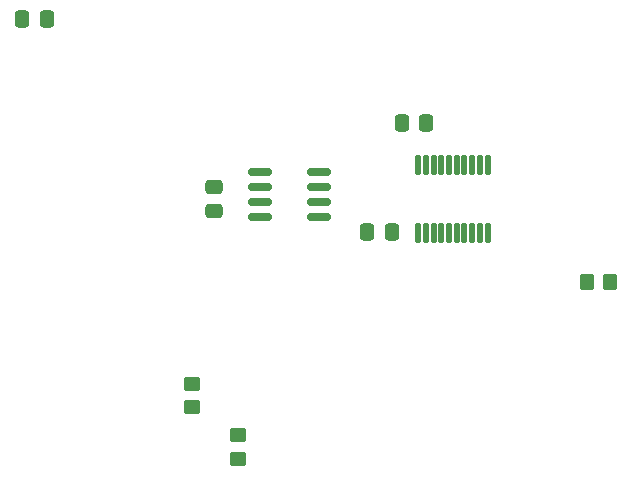
<source format=gbr>
%TF.GenerationSoftware,KiCad,Pcbnew,8.0.4*%
%TF.CreationDate,2024-09-06T13:05:26+08:00*%
%TF.ProjectId,Sensor Board,53656e73-6f72-4204-926f-6172642e6b69,rev?*%
%TF.SameCoordinates,Original*%
%TF.FileFunction,Paste,Bot*%
%TF.FilePolarity,Positive*%
%FSLAX46Y46*%
G04 Gerber Fmt 4.6, Leading zero omitted, Abs format (unit mm)*
G04 Created by KiCad (PCBNEW 8.0.4) date 2024-09-06 13:05:26*
%MOMM*%
%LPD*%
G01*
G04 APERTURE LIST*
G04 Aperture macros list*
%AMRoundRect*
0 Rectangle with rounded corners*
0 $1 Rounding radius*
0 $2 $3 $4 $5 $6 $7 $8 $9 X,Y pos of 4 corners*
0 Add a 4 corners polygon primitive as box body*
4,1,4,$2,$3,$4,$5,$6,$7,$8,$9,$2,$3,0*
0 Add four circle primitives for the rounded corners*
1,1,$1+$1,$2,$3*
1,1,$1+$1,$4,$5*
1,1,$1+$1,$6,$7*
1,1,$1+$1,$8,$9*
0 Add four rect primitives between the rounded corners*
20,1,$1+$1,$2,$3,$4,$5,0*
20,1,$1+$1,$4,$5,$6,$7,0*
20,1,$1+$1,$6,$7,$8,$9,0*
20,1,$1+$1,$8,$9,$2,$3,0*%
G04 Aperture macros list end*
%ADD10RoundRect,0.250000X-0.475000X0.337500X-0.475000X-0.337500X0.475000X-0.337500X0.475000X0.337500X0*%
%ADD11RoundRect,0.250000X-0.450000X0.350000X-0.450000X-0.350000X0.450000X-0.350000X0.450000X0.350000X0*%
%ADD12RoundRect,0.250000X-0.337500X-0.475000X0.337500X-0.475000X0.337500X0.475000X-0.337500X0.475000X0*%
%ADD13RoundRect,0.150000X-0.825000X-0.150000X0.825000X-0.150000X0.825000X0.150000X-0.825000X0.150000X0*%
%ADD14RoundRect,0.250000X0.350000X0.450000X-0.350000X0.450000X-0.350000X-0.450000X0.350000X-0.450000X0*%
%ADD15RoundRect,0.020500X-0.184500X0.764500X-0.184500X-0.764500X0.184500X-0.764500X0.184500X0.764500X0*%
G04 APERTURE END LIST*
D10*
%TO.C,C2*%
X98188000Y-98893500D03*
X98188000Y-100968500D03*
%TD*%
D11*
%TO.C,R8*%
X96283000Y-115568000D03*
X96283000Y-117568000D03*
%TD*%
D12*
%TO.C,C5*%
X114041500Y-93454000D03*
X116116500Y-93454000D03*
%TD*%
D13*
%TO.C,U3*%
X102063000Y-101455000D03*
X102063000Y-100185000D03*
X102063000Y-98915000D03*
X102063000Y-97645000D03*
X107013000Y-97645000D03*
X107013000Y-98915000D03*
X107013000Y-100185000D03*
X107013000Y-101455000D03*
%TD*%
D11*
%TO.C,R7*%
X100220000Y-119902000D03*
X100220000Y-121902000D03*
%TD*%
D14*
%TO.C,R9*%
X131699000Y-106934000D03*
X129699000Y-106934000D03*
%TD*%
D12*
%TO.C,C4*%
X111103500Y-102743000D03*
X113178500Y-102743000D03*
%TD*%
%TO.C,C3*%
X81893500Y-84709000D03*
X83968500Y-84709000D03*
%TD*%
D15*
%TO.C,U2*%
X115456000Y-97034500D03*
X116106000Y-97034500D03*
X116756000Y-97034500D03*
X117406000Y-97034500D03*
X118056000Y-97034500D03*
X118706000Y-97034500D03*
X119356000Y-97034500D03*
X120006000Y-97034500D03*
X120656000Y-97034500D03*
X121306000Y-97034500D03*
X121306000Y-102774500D03*
X120656000Y-102774500D03*
X120006000Y-102774500D03*
X119356000Y-102774500D03*
X118706000Y-102774500D03*
X118056000Y-102774500D03*
X117406000Y-102774500D03*
X116756000Y-102774500D03*
X116106000Y-102774500D03*
X115456000Y-102774500D03*
%TD*%
M02*

</source>
